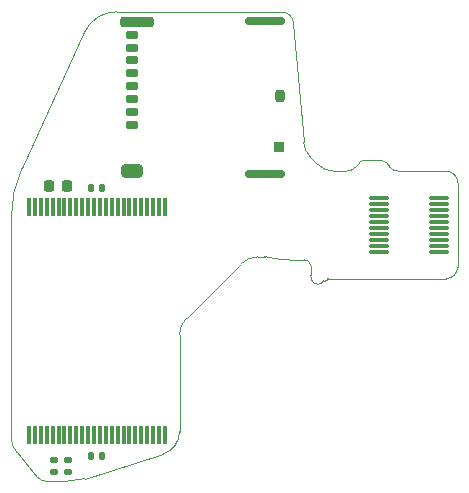
<source format=gbr>
%TF.GenerationSoftware,KiCad,Pcbnew,8.0.0-rc1-4-g5bc78f7d9f*%
%TF.CreationDate,2024-02-16T20:23:17-05:00*%
%TF.ProjectId,cafeFlex,63616665-466c-4657-982e-6b696361645f,3*%
%TF.SameCoordinates,Original*%
%TF.FileFunction,Paste,Top*%
%TF.FilePolarity,Positive*%
%FSLAX46Y46*%
G04 Gerber Fmt 4.6, Leading zero omitted, Abs format (unit mm)*
G04 Created by KiCad (PCBNEW 8.0.0-rc1-4-g5bc78f7d9f) date 2024-02-16 20:23:17*
%MOMM*%
%LPD*%
G01*
G04 APERTURE LIST*
G04 Aperture macros list*
%AMRoundRect*
0 Rectangle with rounded corners*
0 $1 Rounding radius*
0 $2 $3 $4 $5 $6 $7 $8 $9 X,Y pos of 4 corners*
0 Add a 4 corners polygon primitive as box body*
4,1,4,$2,$3,$4,$5,$6,$7,$8,$9,$2,$3,0*
0 Add four circle primitives for the rounded corners*
1,1,$1+$1,$2,$3*
1,1,$1+$1,$4,$5*
1,1,$1+$1,$6,$7*
1,1,$1+$1,$8,$9*
0 Add four rect primitives between the rounded corners*
20,1,$1+$1,$2,$3,$4,$5,0*
20,1,$1+$1,$4,$5,$6,$7,0*
20,1,$1+$1,$6,$7,$8,$9,0*
20,1,$1+$1,$8,$9,$2,$3,0*%
G04 Aperture macros list end*
%ADD10RoundRect,0.175000X0.375000X-0.175000X0.375000X0.175000X-0.375000X0.175000X-0.375000X-0.175000X0*%
%ADD11RoundRect,0.225000X0.240000X-0.225000X0.240000X0.225000X-0.240000X0.225000X-0.240000X-0.225000X0*%
%ADD12RoundRect,0.195000X0.195000X0.330000X-0.195000X0.330000X-0.195000X-0.330000X0.195000X-0.330000X0*%
%ADD13RoundRect,0.175000X1.490000X-0.175000X1.490000X0.175000X-1.490000X0.175000X-1.490000X-0.175000X0*%
%ADD14RoundRect,0.215000X1.185000X-0.215000X1.185000X0.215000X-1.185000X0.215000X-1.185000X-0.215000X0*%
%ADD15RoundRect,0.285000X0.630000X-0.285000X0.630000X0.285000X-0.630000X0.285000X-0.630000X-0.285000X0*%
%ADD16RoundRect,0.135000X0.185000X-0.135000X0.185000X0.135000X-0.185000X0.135000X-0.185000X-0.135000X0*%
%ADD17RoundRect,0.075000X0.075000X-0.712500X0.075000X0.712500X-0.075000X0.712500X-0.075000X-0.712500X0*%
%ADD18RoundRect,0.140000X-0.140000X-0.170000X0.140000X-0.170000X0.140000X0.170000X-0.140000X0.170000X0*%
%ADD19RoundRect,0.225000X0.225000X0.250000X-0.225000X0.250000X-0.225000X-0.250000X0.225000X-0.250000X0*%
%ADD20RoundRect,0.075000X-0.750000X-0.075000X0.750000X-0.075000X0.750000X0.075000X-0.750000X0.075000X0*%
%TA.AperFunction,Profile*%
%ADD21C,0.010000*%
%TD*%
G04 APERTURE END LIST*
D10*
X192780247Y-66298950D03*
X192780247Y-65198950D03*
X192780247Y-64098950D03*
X192780247Y-62998950D03*
X192780247Y-61898950D03*
X192780247Y-60798950D03*
X192780247Y-59698950D03*
X192780247Y-58598950D03*
D11*
X205245247Y-68088950D03*
D12*
X205320247Y-63823950D03*
D13*
X204045247Y-57438950D03*
D14*
X193280247Y-57518950D03*
D15*
X192795247Y-70178950D03*
D13*
X204045247Y-70398950D03*
D16*
X186243980Y-95643583D03*
X186243980Y-94623583D03*
D17*
X184095247Y-92541450D03*
X184595247Y-92541450D03*
X185095247Y-92541450D03*
X185595247Y-92541450D03*
X186095247Y-92541450D03*
X186595247Y-92541450D03*
X187095247Y-92541450D03*
X187595247Y-92541450D03*
X188095247Y-92541450D03*
X188595247Y-92541450D03*
X189095247Y-92541450D03*
X189595247Y-92541450D03*
X190095247Y-92541450D03*
X190595247Y-92541450D03*
X191095247Y-92541450D03*
X191595247Y-92541450D03*
X192095247Y-92541450D03*
X192595247Y-92541450D03*
X193095247Y-92541450D03*
X193595247Y-92541450D03*
X194095247Y-92541450D03*
X194595247Y-92541450D03*
X195095247Y-92541450D03*
X195595247Y-92541450D03*
X195595247Y-73166450D03*
X195095247Y-73166450D03*
X194595247Y-73166450D03*
X194095247Y-73166450D03*
X193595247Y-73166450D03*
X193095247Y-73166450D03*
X192595247Y-73166450D03*
X192095247Y-73166450D03*
X191595247Y-73166450D03*
X191095247Y-73166450D03*
X190595247Y-73166450D03*
X190095247Y-73166450D03*
X189595247Y-73166450D03*
X189095247Y-73166450D03*
X188595247Y-73166450D03*
X188095247Y-73166450D03*
X187595247Y-73166450D03*
X187095247Y-73166450D03*
X186595247Y-73166450D03*
X186095247Y-73166450D03*
X185595247Y-73166450D03*
X185095247Y-73166450D03*
X184595247Y-73166450D03*
X184095247Y-73166450D03*
D18*
X189345247Y-94263950D03*
X190305247Y-94263950D03*
D16*
X187433980Y-95643583D03*
X187433980Y-94623583D03*
D19*
X187322099Y-71387557D03*
X185772099Y-71387557D03*
D18*
X189345247Y-71633950D03*
X190305247Y-71633950D03*
D20*
X213725000Y-76980000D03*
X213725000Y-76480000D03*
X213725000Y-75980000D03*
X213725000Y-75480000D03*
X213725000Y-74980000D03*
X213725000Y-74480000D03*
X213725000Y-73980000D03*
X213725000Y-73480000D03*
X213725000Y-72980000D03*
X213725000Y-72480000D03*
X218825000Y-72480000D03*
X218825000Y-72980000D03*
X218825000Y-73480000D03*
X218825000Y-73980000D03*
X218825000Y-74480000D03*
X218825000Y-74980000D03*
X218825000Y-75480000D03*
X218825000Y-75980000D03*
X218825000Y-76480000D03*
X218825000Y-76980000D03*
D21*
X208002264Y-79307523D02*
G75*
G02*
X207939804Y-78959627I937236J347823D01*
G01*
X202064585Y-77999201D02*
G75*
G02*
X203474064Y-77418111I1409415J-1418699D01*
G01*
X182589797Y-74103596D02*
X182589797Y-92694033D01*
X211728382Y-69824893D02*
G75*
G02*
X210974324Y-70168108I-754082J656793D01*
G01*
X196839797Y-92217931D02*
G75*
G02*
X195435260Y-94127197I-1999997J31D01*
G01*
X208501386Y-69566249D02*
X207901345Y-68952468D01*
X182589797Y-74103596D02*
G75*
G02*
X183501507Y-69931921I9999503J96D01*
G01*
X197430318Y-82602596D02*
X202064585Y-77999201D01*
X205482345Y-56687886D02*
G75*
G02*
X206477312Y-57603086I-1445J-1000014D01*
G01*
X209033092Y-79447078D02*
G75*
G02*
X208578364Y-79739249I-454792J207878D01*
G01*
X214630524Y-69824902D02*
X214278925Y-69421202D01*
X212079991Y-69421196D02*
G75*
G02*
X212457031Y-69249574I377109J-328504D01*
G01*
X215384616Y-70168133D02*
G75*
G02*
X214630506Y-69824917I-16J1000033D01*
G01*
X219398478Y-70168133D02*
G75*
G02*
X220398466Y-71169205I22J-999967D01*
G01*
X207338679Y-67723952D02*
X206477329Y-57603085D01*
X208002264Y-79307523D02*
X208066022Y-79447024D01*
X220390868Y-78269243D02*
X220398477Y-71169205D01*
X183053355Y-93974402D02*
G75*
G02*
X182589818Y-92694033I1536345J1280302D01*
G01*
X209033092Y-79447078D02*
X209367274Y-79291822D01*
X205482345Y-56687886D02*
X191513697Y-56668133D01*
X207901345Y-68952468D02*
G75*
G02*
X207338716Y-67723949I1430155J1398068D01*
G01*
X185558172Y-96418133D02*
G75*
G02*
X184789927Y-96058337I-72J999933D01*
G01*
X212079991Y-69421196D02*
X211728382Y-69824893D01*
X209367274Y-79291823D02*
G75*
G02*
X209472598Y-79268557I105326J-226777D01*
G01*
X219398478Y-70168133D02*
X215384616Y-70168133D01*
X188787208Y-58416630D02*
X183501502Y-69931919D01*
X196839797Y-84021528D02*
G75*
G02*
X197430303Y-82602581I2000003J28D01*
G01*
X220390867Y-78269243D02*
G75*
G02*
X219390906Y-79268168I-999967J1043D01*
G01*
X206187819Y-77668133D02*
G75*
G02*
X205415935Y-77608194I-19J4999833D01*
G01*
X185558172Y-96418133D02*
X187328188Y-96418133D01*
X208520777Y-79739183D02*
G75*
G02*
X208065997Y-79447035I23J500083D01*
G01*
X208520777Y-79739183D02*
X208578364Y-79739183D01*
X213901879Y-69249587D02*
G75*
G02*
X214278940Y-69421189I21J-500013D01*
G01*
X206187819Y-77668133D02*
X207439797Y-77668133D01*
X188787208Y-58416630D02*
G75*
G02*
X191513697Y-56668111I2726492J-1251470D01*
G01*
X183053355Y-93974402D02*
X184789951Y-96058317D01*
X210974324Y-70168110D02*
X209931516Y-70168133D01*
X207939797Y-78168133D02*
X207939797Y-78959627D01*
X188816869Y-96191378D02*
G75*
G02*
X187328188Y-96418132I-1488669J4773278D01*
G01*
X209931516Y-70168133D02*
G75*
G02*
X208501371Y-69566264I-16J2000033D01*
G01*
X204352996Y-77442109D02*
X205415935Y-77608193D01*
X212457031Y-69249587D02*
X213901879Y-69249587D01*
X203474064Y-77418133D02*
X204044242Y-77418133D01*
X196839797Y-92217931D02*
X196839797Y-84021528D01*
X209472598Y-79268548D02*
X219390906Y-79268171D01*
X207439797Y-77668133D02*
G75*
G02*
X207939767Y-78168133I3J-499967D01*
G01*
X204044242Y-77418133D02*
G75*
G02*
X204352995Y-77442116I-42J-1999967D01*
G01*
X188816867Y-96191375D02*
X195435269Y-94127227D01*
M02*

</source>
